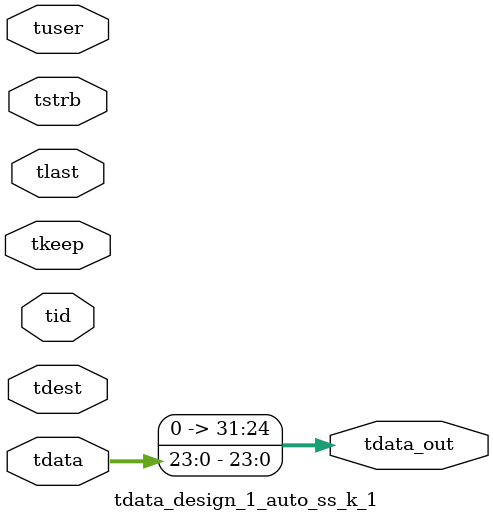
<source format=v>


`timescale 1ps/1ps

module tdata_design_1_auto_ss_k_1 #
(
parameter C_S_AXIS_TDATA_WIDTH = 32,
parameter C_S_AXIS_TUSER_WIDTH = 0,
parameter C_S_AXIS_TID_WIDTH   = 0,
parameter C_S_AXIS_TDEST_WIDTH = 0,
parameter C_M_AXIS_TDATA_WIDTH = 32
)
(
input  [(C_S_AXIS_TDATA_WIDTH == 0 ? 1 : C_S_AXIS_TDATA_WIDTH)-1:0     ] tdata,
input  [(C_S_AXIS_TUSER_WIDTH == 0 ? 1 : C_S_AXIS_TUSER_WIDTH)-1:0     ] tuser,
input  [(C_S_AXIS_TID_WIDTH   == 0 ? 1 : C_S_AXIS_TID_WIDTH)-1:0       ] tid,
input  [(C_S_AXIS_TDEST_WIDTH == 0 ? 1 : C_S_AXIS_TDEST_WIDTH)-1:0     ] tdest,
input  [(C_S_AXIS_TDATA_WIDTH/8)-1:0 ] tkeep,
input  [(C_S_AXIS_TDATA_WIDTH/8)-1:0 ] tstrb,
input                                                                    tlast,
output [C_M_AXIS_TDATA_WIDTH-1:0] tdata_out
);

assign tdata_out = {tdata[23:0]};

endmodule


</source>
